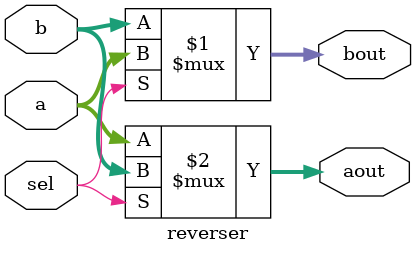
<source format=sv>
module reverser #(parameter bus = 32) (input logic [bus-1:0]a,b,input logic sel,output logic [bus-1:0] aout,bout);

	assign bout = sel? a : b;
	assign aout = sel? b : a;

endmodule

</source>
